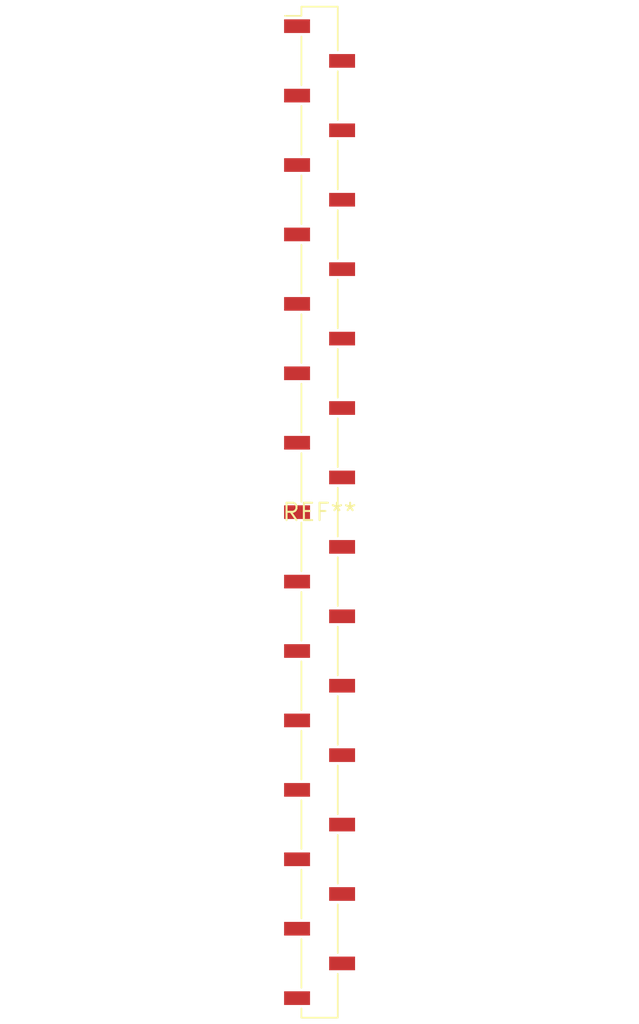
<source format=kicad_pcb>
(kicad_pcb (version 20240108) (generator pcbnew)
  (layers (0 "F.Cu" signal) (31 "B.Cu" signal) (34 "B.Paste" user) (35 "F.Paste" user) (36 "B.SilkS" user "B.Silkscreen") (37 "F.SilkS" user "F.Silkscreen") (38 "B.Mask" user) (39 "F.Mask" user) (44 "Edge.Cuts" user))
  (net 0 "")
  (footprint "PinSocket_1x29_P2.54mm_Vertical_SMD_Pin1Left" (layer "F.Cu") (at 0 0)
    (property "Reference" "REF**")
    (property "Value" "PinSocket_1x29_P2.54mm_Vertical_SMD_Pin1Left")
    (fp_line (start -2.54 -36.32) (end -1.33 -36.32) (layer "F.SilkS") (stroke (width 0.12)))
    (fp_line (start -1.33 -36.99) (end -1.33 -36.32) (layer "F.SilkS") (stroke (width 0.12)))
    (fp_line (start -1.33 -36.99) (end 1.33 -36.99) (layer "F.SilkS") (stroke (width 0.12)))
    (fp_line (start -1.33 -34.8) (end -1.33 -31.24) (layer "F.SilkS") (stroke (width 0.12)))
    (fp_line (start -1.33 -29.72) (end -1.33 -26.16) (layer "F.SilkS") (stroke (width 0.12)))
    (fp_line (start -1.33 -24.64) (end -1.33 -21.08) (layer "F.SilkS") (stroke (width 0.12)))
    (fp_line (start -1.33 -19.56) (end -1.33 -16) (layer "F.SilkS") (stroke (width 0.12)))
    (fp_line (start -1.33 -14.48) (end -1.33 -10.92) (layer "F.SilkS") (stroke (width 0.12)))
    (fp_line (start -1.33 -9.4) (end -1.33 -5.84) (layer "F.SilkS") (stroke (width 0.12)))
    (fp_line (start -1.33 -4.32) (end -1.33 -0.76) (layer "F.SilkS") (stroke (width 0.12)))
    (fp_line (start -1.33 0.76) (end -1.33 4.32) (layer "F.SilkS") (stroke (width 0.12)))
    (fp_line (start -1.33 5.84) (end -1.33 9.4) (layer "F.SilkS") (stroke (width 0.12)))
    (fp_line (start -1.33 10.92) (end -1.33 14.48) (layer "F.SilkS") (stroke (width 0.12)))
    (fp_line (start -1.33 16) (end -1.33 19.56) (layer "F.SilkS") (stroke (width 0.12)))
    (fp_line (start -1.33 21.08) (end -1.33 24.64) (layer "F.SilkS") (stroke (width 0.12)))
    (fp_line (start -1.33 26.16) (end -1.33 29.72) (layer "F.SilkS") (stroke (width 0.12)))
    (fp_line (start -1.33 31.24) (end -1.33 34.8) (layer "F.SilkS") (stroke (width 0.12)))
    (fp_line (start -1.33 36.32) (end -1.33 36.99) (layer "F.SilkS") (stroke (width 0.12)))
    (fp_line (start -1.33 36.99) (end 1.33 36.99) (layer "F.SilkS") (stroke (width 0.12)))
    (fp_line (start 1.33 -36.99) (end 1.33 -33.78) (layer "F.SilkS") (stroke (width 0.12)))
    (fp_line (start 1.33 -32.26) (end 1.33 -28.7) (layer "F.SilkS") (stroke (width 0.12)))
    (fp_line (start 1.33 -27.18) (end 1.33 -23.62) (layer "F.SilkS") (stroke (width 0.12)))
    (fp_line (start 1.33 -22.1) (end 1.33 -18.54) (layer "F.SilkS") (stroke (width 0.12)))
    (fp_line (start 1.33 -17.02) (end 1.33 -13.46) (layer "F.SilkS") (stroke (width 0.12)))
    (fp_line (start 1.33 -11.94) (end 1.33 -8.38) (layer "F.SilkS") (stroke (width 0.12)))
    (fp_line (start 1.33 -6.86) (end 1.33 -3.3) (layer "F.SilkS") (stroke (width 0.12)))
    (fp_line (start 1.33 -1.78) (end 1.33 1.78) (layer "F.SilkS") (stroke (width 0.12)))
    (fp_line (start 1.33 3.3) (end 1.33 6.86) (layer "F.SilkS") (stroke (width 0.12)))
    (fp_line (start 1.33 8.38) (end 1.33 11.94) (layer "F.SilkS") (stroke (width 0.12)))
    (fp_line (start 1.33 13.46) (end 1.33 17.02) (layer "F.SilkS") (stroke (width 0.12)))
    (fp_line (start 1.33 18.54) (end 1.33 22.1) (layer "F.SilkS") (stroke (width 0.12)))
    (fp_line (start 1.33 23.62) (end 1.33 27.18) (layer "F.SilkS") (stroke (width 0.12)))
    (fp_line (start 1.33 28.7) (end 1.33 32.26) (layer "F.SilkS") (stroke (width 0.12)))
    (fp_line (start 1.33 33.78) (end 1.33 36.99) (layer "F.SilkS") (stroke (width 0.12)))
    (pad "1" smd rect (at -1.65 -35.56) (size 1.9 1) (layers "F.Cu" "F.Paste" "F.Mask"))
    (pad "2" smd rect (at 1.65 -33.02) (size 1.9 1) (layers "F.Cu" "F.Paste" "F.Mask"))
    (pad "3" smd rect (at -1.65 -30.48) (size 1.9 1) (layers "F.Cu" "F.Paste" "F.Mask"))
    (pad "4" smd rect (at 1.65 -27.94) (size 1.9 1) (layers "F.Cu" "F.Paste" "F.Mask"))
    (pad "5" smd rect (at -1.65 -25.4) (size 1.9 1) (layers "F.Cu" "F.Paste" "F.Mask"))
    (pad "6" smd rect (at 1.65 -22.86) (size 1.9 1) (layers "F.Cu" "F.Paste" "F.Mask"))
    (pad "7" smd rect (at -1.65 -20.32) (size 1.9 1) (layers "F.Cu" "F.Paste" "F.Mask"))
    (pad "8" smd rect (at 1.65 -17.78) (size 1.9 1) (layers "F.Cu" "F.Paste" "F.Mask"))
    (pad "9" smd rect (at -1.65 -15.24) (size 1.9 1) (layers "F.Cu" "F.Paste" "F.Mask"))
    (pad "10" smd rect (at 1.65 -12.7) (size 1.9 1) (layers "F.Cu" "F.Paste" "F.Mask"))
    (pad "11" smd rect (at -1.65 -10.16) (size 1.9 1) (layers "F.Cu" "F.Paste" "F.Mask"))
    (pad "12" smd rect (at 1.65 -7.62) (size 1.9 1) (layers "F.Cu" "F.Paste" "F.Mask"))
    (pad "13" smd rect (at -1.65 -5.08) (size 1.9 1) (layers "F.Cu" "F.Paste" "F.Mask"))
    (pad "14" smd rect (at 1.65 -2.54) (size 1.9 1) (layers "F.Cu" "F.Paste" "F.Mask"))
    (pad "15" smd rect (at -1.65 0) (size 1.9 1) (layers "F.Cu" "F.Paste" "F.Mask"))
    (pad "16" smd rect (at 1.65 2.54) (size 1.9 1) (layers "F.Cu" "F.Paste" "F.Mask"))
    (pad "17" smd rect (at -1.65 5.08) (size 1.9 1) (layers "F.Cu" "F.Paste" "F.Mask"))
    (pad "18" smd rect (at 1.65 7.62) (size 1.9 1) (layers "F.Cu" "F.Paste" "F.Mask"))
    (pad "19" smd rect (at -1.65 10.16) (size 1.9 1) (layers "F.Cu" "F.Paste" "F.Mask"))
    (pad "20" smd rect (at 1.65 12.7) (size 1.9 1) (layers "F.Cu" "F.Paste" "F.Mask"))
    (pad "21" smd rect (at -1.65 15.24) (size 1.9 1) (layers "F.Cu" "F.Paste" "F.Mask"))
    (pad "22" smd rect (at 1.65 17.78) (size 1.9 1) (layers "F.Cu" "F.Paste" "F.Mask"))
    (pad "23" smd rect (at -1.65 20.32) (size 1.9 1) (layers "F.Cu" "F.Paste" "F.Mask"))
    (pad "24" smd rect (at 1.65 22.86) (size 1.9 1) (layers "F.Cu" "F.Paste" "F.Mask"))
    (pad "25" smd rect (at -1.65 25.4) (size 1.9 1) (layers "F.Cu" "F.Paste" "F.Mask"))
    (pad "26" smd rect (at 1.65 27.94) (size 1.9 1) (layers "F.Cu" "F.Paste" "F.Mask"))
    (pad "27" smd rect (at -1.65 30.48) (size 1.9 1) (layers "F.Cu" "F.Paste" "F.Mask"))
    (pad "28" smd rect (at 1.65 33.02) (size 1.9 1) (layers "F.Cu" "F.Paste" "F.Mask"))
    (pad "29" smd rect (at -1.65 35.56) (size 1.9 1) (layers "F.Cu" "F.Paste" "F.Mask"))
  )
)
</source>
